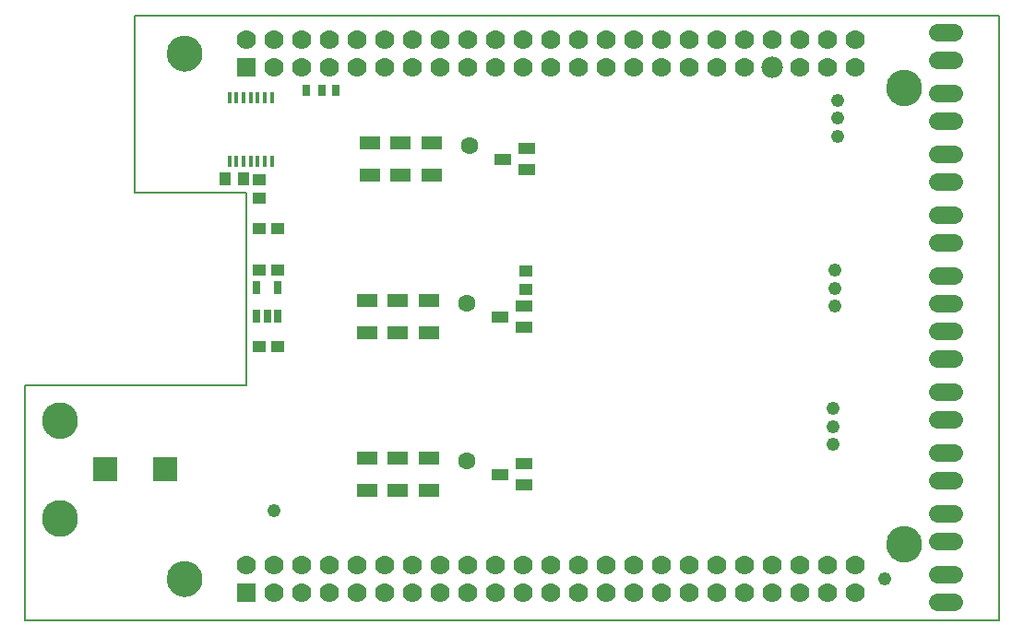
<source format=gbs>
G75*
%MOIN*%
%OFA0B0*%
%FSLAX25Y25*%
%IPPOS*%
%LPD*%
%AMOC8*
5,1,8,0,0,1.08239X$1,22.5*
%
%ADD10C,0.00500*%
%ADD11C,0.00000*%
%ADD12C,0.12900*%
%ADD13R,0.07000X0.07000*%
%ADD14C,0.07000*%
%ADD15C,0.07800*%
%ADD16R,0.07500X0.04800*%
%ADD17R,0.05912X0.04337*%
%ADD18C,0.06400*%
%ADD19R,0.08668X0.08668*%
%ADD20C,0.12998*%
%ADD21R,0.01600X0.04300*%
%ADD22R,0.04731X0.04337*%
%ADD23R,0.04337X0.04731*%
%ADD24R,0.02565X0.05124*%
%ADD25R,0.03000X0.04200*%
%ADD26C,0.04900*%
%ADD27C,0.06306*%
D10*
X0026831Y0025600D02*
X0026831Y0110600D01*
X0106831Y0110600D01*
X0106831Y0180100D01*
X0066331Y0180100D01*
X0066331Y0244100D01*
X0378831Y0244100D01*
X0378831Y0025600D01*
X0026831Y0025600D01*
D11*
X0032996Y0062383D02*
X0032998Y0062541D01*
X0033004Y0062699D01*
X0033014Y0062857D01*
X0033028Y0063015D01*
X0033046Y0063172D01*
X0033067Y0063329D01*
X0033093Y0063485D01*
X0033123Y0063641D01*
X0033156Y0063796D01*
X0033194Y0063949D01*
X0033235Y0064102D01*
X0033280Y0064254D01*
X0033329Y0064405D01*
X0033382Y0064554D01*
X0033438Y0064702D01*
X0033498Y0064848D01*
X0033562Y0064993D01*
X0033630Y0065136D01*
X0033701Y0065278D01*
X0033775Y0065418D01*
X0033853Y0065555D01*
X0033935Y0065691D01*
X0034019Y0065825D01*
X0034108Y0065956D01*
X0034199Y0066085D01*
X0034294Y0066212D01*
X0034391Y0066337D01*
X0034492Y0066459D01*
X0034596Y0066578D01*
X0034703Y0066695D01*
X0034813Y0066809D01*
X0034926Y0066920D01*
X0035041Y0067029D01*
X0035159Y0067134D01*
X0035280Y0067236D01*
X0035403Y0067336D01*
X0035529Y0067432D01*
X0035657Y0067525D01*
X0035787Y0067615D01*
X0035920Y0067701D01*
X0036055Y0067785D01*
X0036191Y0067864D01*
X0036330Y0067941D01*
X0036471Y0068013D01*
X0036613Y0068083D01*
X0036757Y0068148D01*
X0036903Y0068210D01*
X0037050Y0068268D01*
X0037199Y0068323D01*
X0037349Y0068374D01*
X0037500Y0068421D01*
X0037652Y0068464D01*
X0037805Y0068503D01*
X0037960Y0068539D01*
X0038115Y0068570D01*
X0038271Y0068598D01*
X0038427Y0068622D01*
X0038584Y0068642D01*
X0038742Y0068658D01*
X0038899Y0068670D01*
X0039058Y0068678D01*
X0039216Y0068682D01*
X0039374Y0068682D01*
X0039532Y0068678D01*
X0039691Y0068670D01*
X0039848Y0068658D01*
X0040006Y0068642D01*
X0040163Y0068622D01*
X0040319Y0068598D01*
X0040475Y0068570D01*
X0040630Y0068539D01*
X0040785Y0068503D01*
X0040938Y0068464D01*
X0041090Y0068421D01*
X0041241Y0068374D01*
X0041391Y0068323D01*
X0041540Y0068268D01*
X0041687Y0068210D01*
X0041833Y0068148D01*
X0041977Y0068083D01*
X0042119Y0068013D01*
X0042260Y0067941D01*
X0042399Y0067864D01*
X0042535Y0067785D01*
X0042670Y0067701D01*
X0042803Y0067615D01*
X0042933Y0067525D01*
X0043061Y0067432D01*
X0043187Y0067336D01*
X0043310Y0067236D01*
X0043431Y0067134D01*
X0043549Y0067029D01*
X0043664Y0066920D01*
X0043777Y0066809D01*
X0043887Y0066695D01*
X0043994Y0066578D01*
X0044098Y0066459D01*
X0044199Y0066337D01*
X0044296Y0066212D01*
X0044391Y0066085D01*
X0044482Y0065956D01*
X0044571Y0065825D01*
X0044655Y0065691D01*
X0044737Y0065555D01*
X0044815Y0065418D01*
X0044889Y0065278D01*
X0044960Y0065136D01*
X0045028Y0064993D01*
X0045092Y0064848D01*
X0045152Y0064702D01*
X0045208Y0064554D01*
X0045261Y0064405D01*
X0045310Y0064254D01*
X0045355Y0064102D01*
X0045396Y0063949D01*
X0045434Y0063796D01*
X0045467Y0063641D01*
X0045497Y0063485D01*
X0045523Y0063329D01*
X0045544Y0063172D01*
X0045562Y0063015D01*
X0045576Y0062857D01*
X0045586Y0062699D01*
X0045592Y0062541D01*
X0045594Y0062383D01*
X0045592Y0062225D01*
X0045586Y0062067D01*
X0045576Y0061909D01*
X0045562Y0061751D01*
X0045544Y0061594D01*
X0045523Y0061437D01*
X0045497Y0061281D01*
X0045467Y0061125D01*
X0045434Y0060970D01*
X0045396Y0060817D01*
X0045355Y0060664D01*
X0045310Y0060512D01*
X0045261Y0060361D01*
X0045208Y0060212D01*
X0045152Y0060064D01*
X0045092Y0059918D01*
X0045028Y0059773D01*
X0044960Y0059630D01*
X0044889Y0059488D01*
X0044815Y0059348D01*
X0044737Y0059211D01*
X0044655Y0059075D01*
X0044571Y0058941D01*
X0044482Y0058810D01*
X0044391Y0058681D01*
X0044296Y0058554D01*
X0044199Y0058429D01*
X0044098Y0058307D01*
X0043994Y0058188D01*
X0043887Y0058071D01*
X0043777Y0057957D01*
X0043664Y0057846D01*
X0043549Y0057737D01*
X0043431Y0057632D01*
X0043310Y0057530D01*
X0043187Y0057430D01*
X0043061Y0057334D01*
X0042933Y0057241D01*
X0042803Y0057151D01*
X0042670Y0057065D01*
X0042535Y0056981D01*
X0042399Y0056902D01*
X0042260Y0056825D01*
X0042119Y0056753D01*
X0041977Y0056683D01*
X0041833Y0056618D01*
X0041687Y0056556D01*
X0041540Y0056498D01*
X0041391Y0056443D01*
X0041241Y0056392D01*
X0041090Y0056345D01*
X0040938Y0056302D01*
X0040785Y0056263D01*
X0040630Y0056227D01*
X0040475Y0056196D01*
X0040319Y0056168D01*
X0040163Y0056144D01*
X0040006Y0056124D01*
X0039848Y0056108D01*
X0039691Y0056096D01*
X0039532Y0056088D01*
X0039374Y0056084D01*
X0039216Y0056084D01*
X0039058Y0056088D01*
X0038899Y0056096D01*
X0038742Y0056108D01*
X0038584Y0056124D01*
X0038427Y0056144D01*
X0038271Y0056168D01*
X0038115Y0056196D01*
X0037960Y0056227D01*
X0037805Y0056263D01*
X0037652Y0056302D01*
X0037500Y0056345D01*
X0037349Y0056392D01*
X0037199Y0056443D01*
X0037050Y0056498D01*
X0036903Y0056556D01*
X0036757Y0056618D01*
X0036613Y0056683D01*
X0036471Y0056753D01*
X0036330Y0056825D01*
X0036191Y0056902D01*
X0036055Y0056981D01*
X0035920Y0057065D01*
X0035787Y0057151D01*
X0035657Y0057241D01*
X0035529Y0057334D01*
X0035403Y0057430D01*
X0035280Y0057530D01*
X0035159Y0057632D01*
X0035041Y0057737D01*
X0034926Y0057846D01*
X0034813Y0057957D01*
X0034703Y0058071D01*
X0034596Y0058188D01*
X0034492Y0058307D01*
X0034391Y0058429D01*
X0034294Y0058554D01*
X0034199Y0058681D01*
X0034108Y0058810D01*
X0034019Y0058941D01*
X0033935Y0059075D01*
X0033853Y0059211D01*
X0033775Y0059348D01*
X0033701Y0059488D01*
X0033630Y0059630D01*
X0033562Y0059773D01*
X0033498Y0059918D01*
X0033438Y0060064D01*
X0033382Y0060212D01*
X0033329Y0060361D01*
X0033280Y0060512D01*
X0033235Y0060664D01*
X0033194Y0060817D01*
X0033156Y0060970D01*
X0033123Y0061125D01*
X0033093Y0061281D01*
X0033067Y0061437D01*
X0033046Y0061594D01*
X0033028Y0061751D01*
X0033014Y0061909D01*
X0033004Y0062067D01*
X0032998Y0062225D01*
X0032996Y0062383D01*
X0078081Y0040600D02*
X0078083Y0040758D01*
X0078089Y0040915D01*
X0078099Y0041073D01*
X0078113Y0041230D01*
X0078131Y0041386D01*
X0078152Y0041543D01*
X0078178Y0041698D01*
X0078208Y0041853D01*
X0078241Y0042007D01*
X0078279Y0042160D01*
X0078320Y0042313D01*
X0078365Y0042464D01*
X0078414Y0042614D01*
X0078467Y0042762D01*
X0078523Y0042910D01*
X0078584Y0043055D01*
X0078647Y0043200D01*
X0078715Y0043342D01*
X0078786Y0043483D01*
X0078860Y0043622D01*
X0078938Y0043759D01*
X0079020Y0043894D01*
X0079104Y0044027D01*
X0079193Y0044158D01*
X0079284Y0044286D01*
X0079379Y0044413D01*
X0079476Y0044536D01*
X0079577Y0044658D01*
X0079681Y0044776D01*
X0079788Y0044892D01*
X0079898Y0045005D01*
X0080010Y0045116D01*
X0080126Y0045223D01*
X0080244Y0045328D01*
X0080364Y0045430D01*
X0080487Y0045528D01*
X0080613Y0045624D01*
X0080741Y0045716D01*
X0080871Y0045805D01*
X0081003Y0045891D01*
X0081138Y0045973D01*
X0081275Y0046052D01*
X0081413Y0046127D01*
X0081553Y0046199D01*
X0081696Y0046267D01*
X0081839Y0046332D01*
X0081985Y0046393D01*
X0082132Y0046450D01*
X0082280Y0046504D01*
X0082430Y0046554D01*
X0082580Y0046600D01*
X0082732Y0046642D01*
X0082885Y0046681D01*
X0083039Y0046715D01*
X0083194Y0046746D01*
X0083349Y0046772D01*
X0083505Y0046795D01*
X0083662Y0046814D01*
X0083819Y0046829D01*
X0083976Y0046840D01*
X0084134Y0046847D01*
X0084292Y0046850D01*
X0084449Y0046849D01*
X0084607Y0046844D01*
X0084764Y0046835D01*
X0084922Y0046822D01*
X0085078Y0046805D01*
X0085235Y0046784D01*
X0085390Y0046760D01*
X0085545Y0046731D01*
X0085700Y0046698D01*
X0085853Y0046662D01*
X0086006Y0046621D01*
X0086157Y0046577D01*
X0086307Y0046529D01*
X0086456Y0046478D01*
X0086604Y0046422D01*
X0086750Y0046363D01*
X0086895Y0046300D01*
X0087038Y0046233D01*
X0087179Y0046163D01*
X0087318Y0046090D01*
X0087456Y0046013D01*
X0087592Y0045932D01*
X0087725Y0045848D01*
X0087856Y0045761D01*
X0087985Y0045670D01*
X0088112Y0045576D01*
X0088237Y0045479D01*
X0088358Y0045379D01*
X0088478Y0045276D01*
X0088594Y0045170D01*
X0088708Y0045061D01*
X0088820Y0044949D01*
X0088928Y0044835D01*
X0089033Y0044717D01*
X0089136Y0044597D01*
X0089235Y0044475D01*
X0089331Y0044350D01*
X0089424Y0044222D01*
X0089514Y0044093D01*
X0089600Y0043961D01*
X0089684Y0043827D01*
X0089763Y0043691D01*
X0089840Y0043553D01*
X0089912Y0043413D01*
X0089981Y0043271D01*
X0090047Y0043128D01*
X0090109Y0042983D01*
X0090167Y0042836D01*
X0090222Y0042688D01*
X0090273Y0042539D01*
X0090320Y0042388D01*
X0090363Y0042237D01*
X0090402Y0042084D01*
X0090438Y0041930D01*
X0090469Y0041776D01*
X0090497Y0041621D01*
X0090521Y0041465D01*
X0090541Y0041308D01*
X0090557Y0041151D01*
X0090569Y0040994D01*
X0090577Y0040837D01*
X0090581Y0040679D01*
X0090581Y0040521D01*
X0090577Y0040363D01*
X0090569Y0040206D01*
X0090557Y0040049D01*
X0090541Y0039892D01*
X0090521Y0039735D01*
X0090497Y0039579D01*
X0090469Y0039424D01*
X0090438Y0039270D01*
X0090402Y0039116D01*
X0090363Y0038963D01*
X0090320Y0038812D01*
X0090273Y0038661D01*
X0090222Y0038512D01*
X0090167Y0038364D01*
X0090109Y0038217D01*
X0090047Y0038072D01*
X0089981Y0037929D01*
X0089912Y0037787D01*
X0089840Y0037647D01*
X0089763Y0037509D01*
X0089684Y0037373D01*
X0089600Y0037239D01*
X0089514Y0037107D01*
X0089424Y0036978D01*
X0089331Y0036850D01*
X0089235Y0036725D01*
X0089136Y0036603D01*
X0089033Y0036483D01*
X0088928Y0036365D01*
X0088820Y0036251D01*
X0088708Y0036139D01*
X0088594Y0036030D01*
X0088478Y0035924D01*
X0088358Y0035821D01*
X0088237Y0035721D01*
X0088112Y0035624D01*
X0087985Y0035530D01*
X0087856Y0035439D01*
X0087725Y0035352D01*
X0087592Y0035268D01*
X0087456Y0035187D01*
X0087318Y0035110D01*
X0087179Y0035037D01*
X0087038Y0034967D01*
X0086895Y0034900D01*
X0086750Y0034837D01*
X0086604Y0034778D01*
X0086456Y0034722D01*
X0086307Y0034671D01*
X0086157Y0034623D01*
X0086006Y0034579D01*
X0085853Y0034538D01*
X0085700Y0034502D01*
X0085545Y0034469D01*
X0085390Y0034440D01*
X0085235Y0034416D01*
X0085078Y0034395D01*
X0084922Y0034378D01*
X0084764Y0034365D01*
X0084607Y0034356D01*
X0084449Y0034351D01*
X0084292Y0034350D01*
X0084134Y0034353D01*
X0083976Y0034360D01*
X0083819Y0034371D01*
X0083662Y0034386D01*
X0083505Y0034405D01*
X0083349Y0034428D01*
X0083194Y0034454D01*
X0083039Y0034485D01*
X0082885Y0034519D01*
X0082732Y0034558D01*
X0082580Y0034600D01*
X0082430Y0034646D01*
X0082280Y0034696D01*
X0082132Y0034750D01*
X0081985Y0034807D01*
X0081839Y0034868D01*
X0081696Y0034933D01*
X0081553Y0035001D01*
X0081413Y0035073D01*
X0081275Y0035148D01*
X0081138Y0035227D01*
X0081003Y0035309D01*
X0080871Y0035395D01*
X0080741Y0035484D01*
X0080613Y0035576D01*
X0080487Y0035672D01*
X0080364Y0035770D01*
X0080244Y0035872D01*
X0080126Y0035977D01*
X0080010Y0036084D01*
X0079898Y0036195D01*
X0079788Y0036308D01*
X0079681Y0036424D01*
X0079577Y0036542D01*
X0079476Y0036664D01*
X0079379Y0036787D01*
X0079284Y0036914D01*
X0079193Y0037042D01*
X0079104Y0037173D01*
X0079020Y0037306D01*
X0078938Y0037441D01*
X0078860Y0037578D01*
X0078786Y0037717D01*
X0078715Y0037858D01*
X0078647Y0038000D01*
X0078584Y0038145D01*
X0078523Y0038290D01*
X0078467Y0038438D01*
X0078414Y0038586D01*
X0078365Y0038736D01*
X0078320Y0038887D01*
X0078279Y0039040D01*
X0078241Y0039193D01*
X0078208Y0039347D01*
X0078178Y0039502D01*
X0078152Y0039657D01*
X0078131Y0039814D01*
X0078113Y0039970D01*
X0078099Y0040127D01*
X0078089Y0040285D01*
X0078083Y0040442D01*
X0078081Y0040600D01*
X0032996Y0097817D02*
X0032998Y0097975D01*
X0033004Y0098133D01*
X0033014Y0098291D01*
X0033028Y0098449D01*
X0033046Y0098606D01*
X0033067Y0098763D01*
X0033093Y0098919D01*
X0033123Y0099075D01*
X0033156Y0099230D01*
X0033194Y0099383D01*
X0033235Y0099536D01*
X0033280Y0099688D01*
X0033329Y0099839D01*
X0033382Y0099988D01*
X0033438Y0100136D01*
X0033498Y0100282D01*
X0033562Y0100427D01*
X0033630Y0100570D01*
X0033701Y0100712D01*
X0033775Y0100852D01*
X0033853Y0100989D01*
X0033935Y0101125D01*
X0034019Y0101259D01*
X0034108Y0101390D01*
X0034199Y0101519D01*
X0034294Y0101646D01*
X0034391Y0101771D01*
X0034492Y0101893D01*
X0034596Y0102012D01*
X0034703Y0102129D01*
X0034813Y0102243D01*
X0034926Y0102354D01*
X0035041Y0102463D01*
X0035159Y0102568D01*
X0035280Y0102670D01*
X0035403Y0102770D01*
X0035529Y0102866D01*
X0035657Y0102959D01*
X0035787Y0103049D01*
X0035920Y0103135D01*
X0036055Y0103219D01*
X0036191Y0103298D01*
X0036330Y0103375D01*
X0036471Y0103447D01*
X0036613Y0103517D01*
X0036757Y0103582D01*
X0036903Y0103644D01*
X0037050Y0103702D01*
X0037199Y0103757D01*
X0037349Y0103808D01*
X0037500Y0103855D01*
X0037652Y0103898D01*
X0037805Y0103937D01*
X0037960Y0103973D01*
X0038115Y0104004D01*
X0038271Y0104032D01*
X0038427Y0104056D01*
X0038584Y0104076D01*
X0038742Y0104092D01*
X0038899Y0104104D01*
X0039058Y0104112D01*
X0039216Y0104116D01*
X0039374Y0104116D01*
X0039532Y0104112D01*
X0039691Y0104104D01*
X0039848Y0104092D01*
X0040006Y0104076D01*
X0040163Y0104056D01*
X0040319Y0104032D01*
X0040475Y0104004D01*
X0040630Y0103973D01*
X0040785Y0103937D01*
X0040938Y0103898D01*
X0041090Y0103855D01*
X0041241Y0103808D01*
X0041391Y0103757D01*
X0041540Y0103702D01*
X0041687Y0103644D01*
X0041833Y0103582D01*
X0041977Y0103517D01*
X0042119Y0103447D01*
X0042260Y0103375D01*
X0042399Y0103298D01*
X0042535Y0103219D01*
X0042670Y0103135D01*
X0042803Y0103049D01*
X0042933Y0102959D01*
X0043061Y0102866D01*
X0043187Y0102770D01*
X0043310Y0102670D01*
X0043431Y0102568D01*
X0043549Y0102463D01*
X0043664Y0102354D01*
X0043777Y0102243D01*
X0043887Y0102129D01*
X0043994Y0102012D01*
X0044098Y0101893D01*
X0044199Y0101771D01*
X0044296Y0101646D01*
X0044391Y0101519D01*
X0044482Y0101390D01*
X0044571Y0101259D01*
X0044655Y0101125D01*
X0044737Y0100989D01*
X0044815Y0100852D01*
X0044889Y0100712D01*
X0044960Y0100570D01*
X0045028Y0100427D01*
X0045092Y0100282D01*
X0045152Y0100136D01*
X0045208Y0099988D01*
X0045261Y0099839D01*
X0045310Y0099688D01*
X0045355Y0099536D01*
X0045396Y0099383D01*
X0045434Y0099230D01*
X0045467Y0099075D01*
X0045497Y0098919D01*
X0045523Y0098763D01*
X0045544Y0098606D01*
X0045562Y0098449D01*
X0045576Y0098291D01*
X0045586Y0098133D01*
X0045592Y0097975D01*
X0045594Y0097817D01*
X0045592Y0097659D01*
X0045586Y0097501D01*
X0045576Y0097343D01*
X0045562Y0097185D01*
X0045544Y0097028D01*
X0045523Y0096871D01*
X0045497Y0096715D01*
X0045467Y0096559D01*
X0045434Y0096404D01*
X0045396Y0096251D01*
X0045355Y0096098D01*
X0045310Y0095946D01*
X0045261Y0095795D01*
X0045208Y0095646D01*
X0045152Y0095498D01*
X0045092Y0095352D01*
X0045028Y0095207D01*
X0044960Y0095064D01*
X0044889Y0094922D01*
X0044815Y0094782D01*
X0044737Y0094645D01*
X0044655Y0094509D01*
X0044571Y0094375D01*
X0044482Y0094244D01*
X0044391Y0094115D01*
X0044296Y0093988D01*
X0044199Y0093863D01*
X0044098Y0093741D01*
X0043994Y0093622D01*
X0043887Y0093505D01*
X0043777Y0093391D01*
X0043664Y0093280D01*
X0043549Y0093171D01*
X0043431Y0093066D01*
X0043310Y0092964D01*
X0043187Y0092864D01*
X0043061Y0092768D01*
X0042933Y0092675D01*
X0042803Y0092585D01*
X0042670Y0092499D01*
X0042535Y0092415D01*
X0042399Y0092336D01*
X0042260Y0092259D01*
X0042119Y0092187D01*
X0041977Y0092117D01*
X0041833Y0092052D01*
X0041687Y0091990D01*
X0041540Y0091932D01*
X0041391Y0091877D01*
X0041241Y0091826D01*
X0041090Y0091779D01*
X0040938Y0091736D01*
X0040785Y0091697D01*
X0040630Y0091661D01*
X0040475Y0091630D01*
X0040319Y0091602D01*
X0040163Y0091578D01*
X0040006Y0091558D01*
X0039848Y0091542D01*
X0039691Y0091530D01*
X0039532Y0091522D01*
X0039374Y0091518D01*
X0039216Y0091518D01*
X0039058Y0091522D01*
X0038899Y0091530D01*
X0038742Y0091542D01*
X0038584Y0091558D01*
X0038427Y0091578D01*
X0038271Y0091602D01*
X0038115Y0091630D01*
X0037960Y0091661D01*
X0037805Y0091697D01*
X0037652Y0091736D01*
X0037500Y0091779D01*
X0037349Y0091826D01*
X0037199Y0091877D01*
X0037050Y0091932D01*
X0036903Y0091990D01*
X0036757Y0092052D01*
X0036613Y0092117D01*
X0036471Y0092187D01*
X0036330Y0092259D01*
X0036191Y0092336D01*
X0036055Y0092415D01*
X0035920Y0092499D01*
X0035787Y0092585D01*
X0035657Y0092675D01*
X0035529Y0092768D01*
X0035403Y0092864D01*
X0035280Y0092964D01*
X0035159Y0093066D01*
X0035041Y0093171D01*
X0034926Y0093280D01*
X0034813Y0093391D01*
X0034703Y0093505D01*
X0034596Y0093622D01*
X0034492Y0093741D01*
X0034391Y0093863D01*
X0034294Y0093988D01*
X0034199Y0094115D01*
X0034108Y0094244D01*
X0034019Y0094375D01*
X0033935Y0094509D01*
X0033853Y0094645D01*
X0033775Y0094782D01*
X0033701Y0094922D01*
X0033630Y0095064D01*
X0033562Y0095207D01*
X0033498Y0095352D01*
X0033438Y0095498D01*
X0033382Y0095646D01*
X0033329Y0095795D01*
X0033280Y0095946D01*
X0033235Y0096098D01*
X0033194Y0096251D01*
X0033156Y0096404D01*
X0033123Y0096559D01*
X0033093Y0096715D01*
X0033067Y0096871D01*
X0033046Y0097028D01*
X0033028Y0097185D01*
X0033014Y0097343D01*
X0033004Y0097501D01*
X0032998Y0097659D01*
X0032996Y0097817D01*
X0078081Y0230600D02*
X0078083Y0230758D01*
X0078089Y0230915D01*
X0078099Y0231073D01*
X0078113Y0231230D01*
X0078131Y0231386D01*
X0078152Y0231543D01*
X0078178Y0231698D01*
X0078208Y0231853D01*
X0078241Y0232007D01*
X0078279Y0232160D01*
X0078320Y0232313D01*
X0078365Y0232464D01*
X0078414Y0232614D01*
X0078467Y0232762D01*
X0078523Y0232910D01*
X0078584Y0233055D01*
X0078647Y0233200D01*
X0078715Y0233342D01*
X0078786Y0233483D01*
X0078860Y0233622D01*
X0078938Y0233759D01*
X0079020Y0233894D01*
X0079104Y0234027D01*
X0079193Y0234158D01*
X0079284Y0234286D01*
X0079379Y0234413D01*
X0079476Y0234536D01*
X0079577Y0234658D01*
X0079681Y0234776D01*
X0079788Y0234892D01*
X0079898Y0235005D01*
X0080010Y0235116D01*
X0080126Y0235223D01*
X0080244Y0235328D01*
X0080364Y0235430D01*
X0080487Y0235528D01*
X0080613Y0235624D01*
X0080741Y0235716D01*
X0080871Y0235805D01*
X0081003Y0235891D01*
X0081138Y0235973D01*
X0081275Y0236052D01*
X0081413Y0236127D01*
X0081553Y0236199D01*
X0081696Y0236267D01*
X0081839Y0236332D01*
X0081985Y0236393D01*
X0082132Y0236450D01*
X0082280Y0236504D01*
X0082430Y0236554D01*
X0082580Y0236600D01*
X0082732Y0236642D01*
X0082885Y0236681D01*
X0083039Y0236715D01*
X0083194Y0236746D01*
X0083349Y0236772D01*
X0083505Y0236795D01*
X0083662Y0236814D01*
X0083819Y0236829D01*
X0083976Y0236840D01*
X0084134Y0236847D01*
X0084292Y0236850D01*
X0084449Y0236849D01*
X0084607Y0236844D01*
X0084764Y0236835D01*
X0084922Y0236822D01*
X0085078Y0236805D01*
X0085235Y0236784D01*
X0085390Y0236760D01*
X0085545Y0236731D01*
X0085700Y0236698D01*
X0085853Y0236662D01*
X0086006Y0236621D01*
X0086157Y0236577D01*
X0086307Y0236529D01*
X0086456Y0236478D01*
X0086604Y0236422D01*
X0086750Y0236363D01*
X0086895Y0236300D01*
X0087038Y0236233D01*
X0087179Y0236163D01*
X0087318Y0236090D01*
X0087456Y0236013D01*
X0087592Y0235932D01*
X0087725Y0235848D01*
X0087856Y0235761D01*
X0087985Y0235670D01*
X0088112Y0235576D01*
X0088237Y0235479D01*
X0088358Y0235379D01*
X0088478Y0235276D01*
X0088594Y0235170D01*
X0088708Y0235061D01*
X0088820Y0234949D01*
X0088928Y0234835D01*
X0089033Y0234717D01*
X0089136Y0234597D01*
X0089235Y0234475D01*
X0089331Y0234350D01*
X0089424Y0234222D01*
X0089514Y0234093D01*
X0089600Y0233961D01*
X0089684Y0233827D01*
X0089763Y0233691D01*
X0089840Y0233553D01*
X0089912Y0233413D01*
X0089981Y0233271D01*
X0090047Y0233128D01*
X0090109Y0232983D01*
X0090167Y0232836D01*
X0090222Y0232688D01*
X0090273Y0232539D01*
X0090320Y0232388D01*
X0090363Y0232237D01*
X0090402Y0232084D01*
X0090438Y0231930D01*
X0090469Y0231776D01*
X0090497Y0231621D01*
X0090521Y0231465D01*
X0090541Y0231308D01*
X0090557Y0231151D01*
X0090569Y0230994D01*
X0090577Y0230837D01*
X0090581Y0230679D01*
X0090581Y0230521D01*
X0090577Y0230363D01*
X0090569Y0230206D01*
X0090557Y0230049D01*
X0090541Y0229892D01*
X0090521Y0229735D01*
X0090497Y0229579D01*
X0090469Y0229424D01*
X0090438Y0229270D01*
X0090402Y0229116D01*
X0090363Y0228963D01*
X0090320Y0228812D01*
X0090273Y0228661D01*
X0090222Y0228512D01*
X0090167Y0228364D01*
X0090109Y0228217D01*
X0090047Y0228072D01*
X0089981Y0227929D01*
X0089912Y0227787D01*
X0089840Y0227647D01*
X0089763Y0227509D01*
X0089684Y0227373D01*
X0089600Y0227239D01*
X0089514Y0227107D01*
X0089424Y0226978D01*
X0089331Y0226850D01*
X0089235Y0226725D01*
X0089136Y0226603D01*
X0089033Y0226483D01*
X0088928Y0226365D01*
X0088820Y0226251D01*
X0088708Y0226139D01*
X0088594Y0226030D01*
X0088478Y0225924D01*
X0088358Y0225821D01*
X0088237Y0225721D01*
X0088112Y0225624D01*
X0087985Y0225530D01*
X0087856Y0225439D01*
X0087725Y0225352D01*
X0087592Y0225268D01*
X0087456Y0225187D01*
X0087318Y0225110D01*
X0087179Y0225037D01*
X0087038Y0224967D01*
X0086895Y0224900D01*
X0086750Y0224837D01*
X0086604Y0224778D01*
X0086456Y0224722D01*
X0086307Y0224671D01*
X0086157Y0224623D01*
X0086006Y0224579D01*
X0085853Y0224538D01*
X0085700Y0224502D01*
X0085545Y0224469D01*
X0085390Y0224440D01*
X0085235Y0224416D01*
X0085078Y0224395D01*
X0084922Y0224378D01*
X0084764Y0224365D01*
X0084607Y0224356D01*
X0084449Y0224351D01*
X0084292Y0224350D01*
X0084134Y0224353D01*
X0083976Y0224360D01*
X0083819Y0224371D01*
X0083662Y0224386D01*
X0083505Y0224405D01*
X0083349Y0224428D01*
X0083194Y0224454D01*
X0083039Y0224485D01*
X0082885Y0224519D01*
X0082732Y0224558D01*
X0082580Y0224600D01*
X0082430Y0224646D01*
X0082280Y0224696D01*
X0082132Y0224750D01*
X0081985Y0224807D01*
X0081839Y0224868D01*
X0081696Y0224933D01*
X0081553Y0225001D01*
X0081413Y0225073D01*
X0081275Y0225148D01*
X0081138Y0225227D01*
X0081003Y0225309D01*
X0080871Y0225395D01*
X0080741Y0225484D01*
X0080613Y0225576D01*
X0080487Y0225672D01*
X0080364Y0225770D01*
X0080244Y0225872D01*
X0080126Y0225977D01*
X0080010Y0226084D01*
X0079898Y0226195D01*
X0079788Y0226308D01*
X0079681Y0226424D01*
X0079577Y0226542D01*
X0079476Y0226664D01*
X0079379Y0226787D01*
X0079284Y0226914D01*
X0079193Y0227042D01*
X0079104Y0227173D01*
X0079020Y0227306D01*
X0078938Y0227441D01*
X0078860Y0227578D01*
X0078786Y0227717D01*
X0078715Y0227858D01*
X0078647Y0228000D01*
X0078584Y0228145D01*
X0078523Y0228290D01*
X0078467Y0228438D01*
X0078414Y0228586D01*
X0078365Y0228736D01*
X0078320Y0228887D01*
X0078279Y0229040D01*
X0078241Y0229193D01*
X0078208Y0229347D01*
X0078178Y0229502D01*
X0078152Y0229657D01*
X0078131Y0229814D01*
X0078113Y0229970D01*
X0078099Y0230127D01*
X0078089Y0230285D01*
X0078083Y0230442D01*
X0078081Y0230600D01*
X0338081Y0218100D02*
X0338083Y0218258D01*
X0338089Y0218415D01*
X0338099Y0218573D01*
X0338113Y0218730D01*
X0338131Y0218886D01*
X0338152Y0219043D01*
X0338178Y0219198D01*
X0338208Y0219353D01*
X0338241Y0219507D01*
X0338279Y0219660D01*
X0338320Y0219813D01*
X0338365Y0219964D01*
X0338414Y0220114D01*
X0338467Y0220262D01*
X0338523Y0220410D01*
X0338584Y0220555D01*
X0338647Y0220700D01*
X0338715Y0220842D01*
X0338786Y0220983D01*
X0338860Y0221122D01*
X0338938Y0221259D01*
X0339020Y0221394D01*
X0339104Y0221527D01*
X0339193Y0221658D01*
X0339284Y0221786D01*
X0339379Y0221913D01*
X0339476Y0222036D01*
X0339577Y0222158D01*
X0339681Y0222276D01*
X0339788Y0222392D01*
X0339898Y0222505D01*
X0340010Y0222616D01*
X0340126Y0222723D01*
X0340244Y0222828D01*
X0340364Y0222930D01*
X0340487Y0223028D01*
X0340613Y0223124D01*
X0340741Y0223216D01*
X0340871Y0223305D01*
X0341003Y0223391D01*
X0341138Y0223473D01*
X0341275Y0223552D01*
X0341413Y0223627D01*
X0341553Y0223699D01*
X0341696Y0223767D01*
X0341839Y0223832D01*
X0341985Y0223893D01*
X0342132Y0223950D01*
X0342280Y0224004D01*
X0342430Y0224054D01*
X0342580Y0224100D01*
X0342732Y0224142D01*
X0342885Y0224181D01*
X0343039Y0224215D01*
X0343194Y0224246D01*
X0343349Y0224272D01*
X0343505Y0224295D01*
X0343662Y0224314D01*
X0343819Y0224329D01*
X0343976Y0224340D01*
X0344134Y0224347D01*
X0344292Y0224350D01*
X0344449Y0224349D01*
X0344607Y0224344D01*
X0344764Y0224335D01*
X0344922Y0224322D01*
X0345078Y0224305D01*
X0345235Y0224284D01*
X0345390Y0224260D01*
X0345545Y0224231D01*
X0345700Y0224198D01*
X0345853Y0224162D01*
X0346006Y0224121D01*
X0346157Y0224077D01*
X0346307Y0224029D01*
X0346456Y0223978D01*
X0346604Y0223922D01*
X0346750Y0223863D01*
X0346895Y0223800D01*
X0347038Y0223733D01*
X0347179Y0223663D01*
X0347318Y0223590D01*
X0347456Y0223513D01*
X0347592Y0223432D01*
X0347725Y0223348D01*
X0347856Y0223261D01*
X0347985Y0223170D01*
X0348112Y0223076D01*
X0348237Y0222979D01*
X0348358Y0222879D01*
X0348478Y0222776D01*
X0348594Y0222670D01*
X0348708Y0222561D01*
X0348820Y0222449D01*
X0348928Y0222335D01*
X0349033Y0222217D01*
X0349136Y0222097D01*
X0349235Y0221975D01*
X0349331Y0221850D01*
X0349424Y0221722D01*
X0349514Y0221593D01*
X0349600Y0221461D01*
X0349684Y0221327D01*
X0349763Y0221191D01*
X0349840Y0221053D01*
X0349912Y0220913D01*
X0349981Y0220771D01*
X0350047Y0220628D01*
X0350109Y0220483D01*
X0350167Y0220336D01*
X0350222Y0220188D01*
X0350273Y0220039D01*
X0350320Y0219888D01*
X0350363Y0219737D01*
X0350402Y0219584D01*
X0350438Y0219430D01*
X0350469Y0219276D01*
X0350497Y0219121D01*
X0350521Y0218965D01*
X0350541Y0218808D01*
X0350557Y0218651D01*
X0350569Y0218494D01*
X0350577Y0218337D01*
X0350581Y0218179D01*
X0350581Y0218021D01*
X0350577Y0217863D01*
X0350569Y0217706D01*
X0350557Y0217549D01*
X0350541Y0217392D01*
X0350521Y0217235D01*
X0350497Y0217079D01*
X0350469Y0216924D01*
X0350438Y0216770D01*
X0350402Y0216616D01*
X0350363Y0216463D01*
X0350320Y0216312D01*
X0350273Y0216161D01*
X0350222Y0216012D01*
X0350167Y0215864D01*
X0350109Y0215717D01*
X0350047Y0215572D01*
X0349981Y0215429D01*
X0349912Y0215287D01*
X0349840Y0215147D01*
X0349763Y0215009D01*
X0349684Y0214873D01*
X0349600Y0214739D01*
X0349514Y0214607D01*
X0349424Y0214478D01*
X0349331Y0214350D01*
X0349235Y0214225D01*
X0349136Y0214103D01*
X0349033Y0213983D01*
X0348928Y0213865D01*
X0348820Y0213751D01*
X0348708Y0213639D01*
X0348594Y0213530D01*
X0348478Y0213424D01*
X0348358Y0213321D01*
X0348237Y0213221D01*
X0348112Y0213124D01*
X0347985Y0213030D01*
X0347856Y0212939D01*
X0347725Y0212852D01*
X0347592Y0212768D01*
X0347456Y0212687D01*
X0347318Y0212610D01*
X0347179Y0212537D01*
X0347038Y0212467D01*
X0346895Y0212400D01*
X0346750Y0212337D01*
X0346604Y0212278D01*
X0346456Y0212222D01*
X0346307Y0212171D01*
X0346157Y0212123D01*
X0346006Y0212079D01*
X0345853Y0212038D01*
X0345700Y0212002D01*
X0345545Y0211969D01*
X0345390Y0211940D01*
X0345235Y0211916D01*
X0345078Y0211895D01*
X0344922Y0211878D01*
X0344764Y0211865D01*
X0344607Y0211856D01*
X0344449Y0211851D01*
X0344292Y0211850D01*
X0344134Y0211853D01*
X0343976Y0211860D01*
X0343819Y0211871D01*
X0343662Y0211886D01*
X0343505Y0211905D01*
X0343349Y0211928D01*
X0343194Y0211954D01*
X0343039Y0211985D01*
X0342885Y0212019D01*
X0342732Y0212058D01*
X0342580Y0212100D01*
X0342430Y0212146D01*
X0342280Y0212196D01*
X0342132Y0212250D01*
X0341985Y0212307D01*
X0341839Y0212368D01*
X0341696Y0212433D01*
X0341553Y0212501D01*
X0341413Y0212573D01*
X0341275Y0212648D01*
X0341138Y0212727D01*
X0341003Y0212809D01*
X0340871Y0212895D01*
X0340741Y0212984D01*
X0340613Y0213076D01*
X0340487Y0213172D01*
X0340364Y0213270D01*
X0340244Y0213372D01*
X0340126Y0213477D01*
X0340010Y0213584D01*
X0339898Y0213695D01*
X0339788Y0213808D01*
X0339681Y0213924D01*
X0339577Y0214042D01*
X0339476Y0214164D01*
X0339379Y0214287D01*
X0339284Y0214414D01*
X0339193Y0214542D01*
X0339104Y0214673D01*
X0339020Y0214806D01*
X0338938Y0214941D01*
X0338860Y0215078D01*
X0338786Y0215217D01*
X0338715Y0215358D01*
X0338647Y0215500D01*
X0338584Y0215645D01*
X0338523Y0215790D01*
X0338467Y0215938D01*
X0338414Y0216086D01*
X0338365Y0216236D01*
X0338320Y0216387D01*
X0338279Y0216540D01*
X0338241Y0216693D01*
X0338208Y0216847D01*
X0338178Y0217002D01*
X0338152Y0217157D01*
X0338131Y0217314D01*
X0338113Y0217470D01*
X0338099Y0217627D01*
X0338089Y0217785D01*
X0338083Y0217942D01*
X0338081Y0218100D01*
X0338081Y0053100D02*
X0338083Y0053258D01*
X0338089Y0053415D01*
X0338099Y0053573D01*
X0338113Y0053730D01*
X0338131Y0053886D01*
X0338152Y0054043D01*
X0338178Y0054198D01*
X0338208Y0054353D01*
X0338241Y0054507D01*
X0338279Y0054660D01*
X0338320Y0054813D01*
X0338365Y0054964D01*
X0338414Y0055114D01*
X0338467Y0055262D01*
X0338523Y0055410D01*
X0338584Y0055555D01*
X0338647Y0055700D01*
X0338715Y0055842D01*
X0338786Y0055983D01*
X0338860Y0056122D01*
X0338938Y0056259D01*
X0339020Y0056394D01*
X0339104Y0056527D01*
X0339193Y0056658D01*
X0339284Y0056786D01*
X0339379Y0056913D01*
X0339476Y0057036D01*
X0339577Y0057158D01*
X0339681Y0057276D01*
X0339788Y0057392D01*
X0339898Y0057505D01*
X0340010Y0057616D01*
X0340126Y0057723D01*
X0340244Y0057828D01*
X0340364Y0057930D01*
X0340487Y0058028D01*
X0340613Y0058124D01*
X0340741Y0058216D01*
X0340871Y0058305D01*
X0341003Y0058391D01*
X0341138Y0058473D01*
X0341275Y0058552D01*
X0341413Y0058627D01*
X0341553Y0058699D01*
X0341696Y0058767D01*
X0341839Y0058832D01*
X0341985Y0058893D01*
X0342132Y0058950D01*
X0342280Y0059004D01*
X0342430Y0059054D01*
X0342580Y0059100D01*
X0342732Y0059142D01*
X0342885Y0059181D01*
X0343039Y0059215D01*
X0343194Y0059246D01*
X0343349Y0059272D01*
X0343505Y0059295D01*
X0343662Y0059314D01*
X0343819Y0059329D01*
X0343976Y0059340D01*
X0344134Y0059347D01*
X0344292Y0059350D01*
X0344449Y0059349D01*
X0344607Y0059344D01*
X0344764Y0059335D01*
X0344922Y0059322D01*
X0345078Y0059305D01*
X0345235Y0059284D01*
X0345390Y0059260D01*
X0345545Y0059231D01*
X0345700Y0059198D01*
X0345853Y0059162D01*
X0346006Y0059121D01*
X0346157Y0059077D01*
X0346307Y0059029D01*
X0346456Y0058978D01*
X0346604Y0058922D01*
X0346750Y0058863D01*
X0346895Y0058800D01*
X0347038Y0058733D01*
X0347179Y0058663D01*
X0347318Y0058590D01*
X0347456Y0058513D01*
X0347592Y0058432D01*
X0347725Y0058348D01*
X0347856Y0058261D01*
X0347985Y0058170D01*
X0348112Y0058076D01*
X0348237Y0057979D01*
X0348358Y0057879D01*
X0348478Y0057776D01*
X0348594Y0057670D01*
X0348708Y0057561D01*
X0348820Y0057449D01*
X0348928Y0057335D01*
X0349033Y0057217D01*
X0349136Y0057097D01*
X0349235Y0056975D01*
X0349331Y0056850D01*
X0349424Y0056722D01*
X0349514Y0056593D01*
X0349600Y0056461D01*
X0349684Y0056327D01*
X0349763Y0056191D01*
X0349840Y0056053D01*
X0349912Y0055913D01*
X0349981Y0055771D01*
X0350047Y0055628D01*
X0350109Y0055483D01*
X0350167Y0055336D01*
X0350222Y0055188D01*
X0350273Y0055039D01*
X0350320Y0054888D01*
X0350363Y0054737D01*
X0350402Y0054584D01*
X0350438Y0054430D01*
X0350469Y0054276D01*
X0350497Y0054121D01*
X0350521Y0053965D01*
X0350541Y0053808D01*
X0350557Y0053651D01*
X0350569Y0053494D01*
X0350577Y0053337D01*
X0350581Y0053179D01*
X0350581Y0053021D01*
X0350577Y0052863D01*
X0350569Y0052706D01*
X0350557Y0052549D01*
X0350541Y0052392D01*
X0350521Y0052235D01*
X0350497Y0052079D01*
X0350469Y0051924D01*
X0350438Y0051770D01*
X0350402Y0051616D01*
X0350363Y0051463D01*
X0350320Y0051312D01*
X0350273Y0051161D01*
X0350222Y0051012D01*
X0350167Y0050864D01*
X0350109Y0050717D01*
X0350047Y0050572D01*
X0349981Y0050429D01*
X0349912Y0050287D01*
X0349840Y0050147D01*
X0349763Y0050009D01*
X0349684Y0049873D01*
X0349600Y0049739D01*
X0349514Y0049607D01*
X0349424Y0049478D01*
X0349331Y0049350D01*
X0349235Y0049225D01*
X0349136Y0049103D01*
X0349033Y0048983D01*
X0348928Y0048865D01*
X0348820Y0048751D01*
X0348708Y0048639D01*
X0348594Y0048530D01*
X0348478Y0048424D01*
X0348358Y0048321D01*
X0348237Y0048221D01*
X0348112Y0048124D01*
X0347985Y0048030D01*
X0347856Y0047939D01*
X0347725Y0047852D01*
X0347592Y0047768D01*
X0347456Y0047687D01*
X0347318Y0047610D01*
X0347179Y0047537D01*
X0347038Y0047467D01*
X0346895Y0047400D01*
X0346750Y0047337D01*
X0346604Y0047278D01*
X0346456Y0047222D01*
X0346307Y0047171D01*
X0346157Y0047123D01*
X0346006Y0047079D01*
X0345853Y0047038D01*
X0345700Y0047002D01*
X0345545Y0046969D01*
X0345390Y0046940D01*
X0345235Y0046916D01*
X0345078Y0046895D01*
X0344922Y0046878D01*
X0344764Y0046865D01*
X0344607Y0046856D01*
X0344449Y0046851D01*
X0344292Y0046850D01*
X0344134Y0046853D01*
X0343976Y0046860D01*
X0343819Y0046871D01*
X0343662Y0046886D01*
X0343505Y0046905D01*
X0343349Y0046928D01*
X0343194Y0046954D01*
X0343039Y0046985D01*
X0342885Y0047019D01*
X0342732Y0047058D01*
X0342580Y0047100D01*
X0342430Y0047146D01*
X0342280Y0047196D01*
X0342132Y0047250D01*
X0341985Y0047307D01*
X0341839Y0047368D01*
X0341696Y0047433D01*
X0341553Y0047501D01*
X0341413Y0047573D01*
X0341275Y0047648D01*
X0341138Y0047727D01*
X0341003Y0047809D01*
X0340871Y0047895D01*
X0340741Y0047984D01*
X0340613Y0048076D01*
X0340487Y0048172D01*
X0340364Y0048270D01*
X0340244Y0048372D01*
X0340126Y0048477D01*
X0340010Y0048584D01*
X0339898Y0048695D01*
X0339788Y0048808D01*
X0339681Y0048924D01*
X0339577Y0049042D01*
X0339476Y0049164D01*
X0339379Y0049287D01*
X0339284Y0049414D01*
X0339193Y0049542D01*
X0339104Y0049673D01*
X0339020Y0049806D01*
X0338938Y0049941D01*
X0338860Y0050078D01*
X0338786Y0050217D01*
X0338715Y0050358D01*
X0338647Y0050500D01*
X0338584Y0050645D01*
X0338523Y0050790D01*
X0338467Y0050938D01*
X0338414Y0051086D01*
X0338365Y0051236D01*
X0338320Y0051387D01*
X0338279Y0051540D01*
X0338241Y0051693D01*
X0338208Y0051847D01*
X0338178Y0052002D01*
X0338152Y0052157D01*
X0338131Y0052314D01*
X0338113Y0052470D01*
X0338099Y0052627D01*
X0338089Y0052785D01*
X0338083Y0052942D01*
X0338081Y0053100D01*
D12*
X0344331Y0053100D03*
X0084331Y0040600D03*
X0344331Y0218100D03*
X0084331Y0230600D03*
D13*
X0106831Y0225600D03*
X0106831Y0035600D03*
D14*
X0116831Y0035600D03*
X0126831Y0035600D03*
X0136831Y0035600D03*
X0146831Y0035600D03*
X0156831Y0035600D03*
X0166831Y0035600D03*
X0176831Y0035600D03*
X0186831Y0035600D03*
X0196831Y0035600D03*
X0206831Y0035600D03*
X0216831Y0035600D03*
X0226831Y0035600D03*
X0236831Y0035600D03*
X0246831Y0035600D03*
X0256831Y0035600D03*
X0266831Y0035600D03*
X0276831Y0035600D03*
X0286831Y0035600D03*
X0296831Y0035600D03*
X0306831Y0035600D03*
X0316831Y0035600D03*
X0326831Y0035600D03*
X0326831Y0045600D03*
X0316831Y0045600D03*
X0306831Y0045600D03*
X0296831Y0045600D03*
X0286831Y0045600D03*
X0276831Y0045600D03*
X0266831Y0045600D03*
X0256831Y0045600D03*
X0246831Y0045600D03*
X0236831Y0045600D03*
X0226831Y0045600D03*
X0216831Y0045600D03*
X0206831Y0045600D03*
X0196831Y0045600D03*
X0186831Y0045600D03*
X0176831Y0045600D03*
X0166831Y0045600D03*
X0156831Y0045600D03*
X0146831Y0045600D03*
X0136831Y0045600D03*
X0126831Y0045600D03*
X0116831Y0045600D03*
X0106831Y0045600D03*
X0116831Y0225600D03*
X0126831Y0225600D03*
X0136831Y0225600D03*
X0146831Y0225600D03*
X0156831Y0225600D03*
X0166831Y0225600D03*
X0176831Y0225600D03*
X0186831Y0225600D03*
X0196831Y0225600D03*
X0206831Y0225600D03*
X0216831Y0225600D03*
X0226831Y0225600D03*
X0236831Y0225600D03*
X0246831Y0225600D03*
X0256831Y0225600D03*
X0266831Y0225600D03*
X0276831Y0225600D03*
X0286831Y0225600D03*
X0286831Y0235600D03*
X0296831Y0235600D03*
X0306831Y0235600D03*
X0316831Y0235600D03*
X0326831Y0235600D03*
X0326831Y0225600D03*
X0316831Y0225600D03*
X0306831Y0225600D03*
X0276831Y0235600D03*
X0266831Y0235600D03*
X0256831Y0235600D03*
X0246831Y0235600D03*
X0236831Y0235600D03*
X0226831Y0235600D03*
X0216831Y0235600D03*
X0206831Y0235600D03*
X0196831Y0235600D03*
X0186831Y0235600D03*
X0176831Y0235600D03*
X0166831Y0235600D03*
X0156831Y0235600D03*
X0146831Y0235600D03*
X0136831Y0235600D03*
X0126831Y0235600D03*
X0116831Y0235600D03*
X0106831Y0235600D03*
D15*
X0296831Y0225600D03*
D16*
X0173831Y0198250D03*
X0162581Y0198250D03*
X0151331Y0198250D03*
X0151331Y0186450D03*
X0162581Y0186450D03*
X0173831Y0186450D03*
X0172831Y0141250D03*
X0161581Y0141250D03*
X0150331Y0141250D03*
X0150331Y0129450D03*
X0161581Y0129450D03*
X0172831Y0129450D03*
X0172831Y0084250D03*
X0161581Y0084250D03*
X0150331Y0084250D03*
X0150331Y0072450D03*
X0161581Y0072450D03*
X0172831Y0072450D03*
D17*
X0198500Y0078350D03*
X0207161Y0082090D03*
X0207161Y0074610D03*
X0207161Y0131610D03*
X0198500Y0135350D03*
X0207161Y0139090D03*
X0208161Y0188610D03*
X0199500Y0192350D03*
X0208161Y0196090D03*
D18*
X0356331Y0194100D02*
X0362331Y0194100D01*
X0362331Y0184100D02*
X0356331Y0184100D01*
X0356331Y0172100D02*
X0362331Y0172100D01*
X0362331Y0162100D02*
X0356331Y0162100D01*
X0356331Y0150100D02*
X0362331Y0150100D01*
X0362331Y0140100D02*
X0356331Y0140100D01*
X0356331Y0130100D02*
X0362331Y0130100D01*
X0362331Y0120100D02*
X0356331Y0120100D01*
X0356331Y0108100D02*
X0362331Y0108100D01*
X0362331Y0098100D02*
X0356331Y0098100D01*
X0356331Y0086100D02*
X0362331Y0086100D01*
X0362331Y0076100D02*
X0356331Y0076100D01*
X0356331Y0064100D02*
X0362331Y0064100D01*
X0362331Y0054100D02*
X0356331Y0054100D01*
X0356331Y0042100D02*
X0362331Y0042100D01*
X0362331Y0032100D02*
X0356331Y0032100D01*
X0356331Y0206100D02*
X0362331Y0206100D01*
X0362331Y0216100D02*
X0356331Y0216100D01*
X0356331Y0228100D02*
X0362331Y0228100D01*
X0362331Y0238100D02*
X0356331Y0238100D01*
D19*
X0077484Y0080100D03*
X0055831Y0080100D03*
D20*
X0039295Y0062383D03*
X0039295Y0097817D03*
D21*
X0100654Y0191613D03*
X0103213Y0191613D03*
X0105772Y0191613D03*
X0108331Y0191613D03*
X0110890Y0191613D03*
X0113449Y0191613D03*
X0116008Y0191613D03*
X0116008Y0214587D03*
X0113449Y0214587D03*
X0110890Y0214587D03*
X0108331Y0214587D03*
X0105772Y0214587D03*
X0103213Y0214587D03*
X0100654Y0214587D03*
D22*
X0111331Y0184946D03*
X0111331Y0178254D03*
X0111484Y0167100D03*
X0118177Y0167100D03*
X0118177Y0152100D03*
X0111484Y0152100D03*
X0111484Y0124600D03*
X0118177Y0124600D03*
X0207831Y0145254D03*
X0207831Y0151946D03*
D23*
X0105677Y0185100D03*
X0098984Y0185100D03*
D24*
X0110591Y0145718D03*
X0118071Y0145718D03*
X0118071Y0135482D03*
X0114331Y0135482D03*
X0110591Y0135482D03*
D25*
X0128581Y0217100D03*
X0134081Y0217100D03*
X0139081Y0217100D03*
D26*
X0320331Y0213600D03*
X0320331Y0207100D03*
X0320331Y0200600D03*
X0319331Y0152100D03*
X0319331Y0145600D03*
X0319331Y0139100D03*
X0318831Y0102100D03*
X0318831Y0095600D03*
X0318831Y0089100D03*
X0337331Y0040600D03*
X0116831Y0065198D03*
D27*
X0186581Y0083350D03*
X0186581Y0140350D03*
X0187581Y0197350D03*
M02*

</source>
